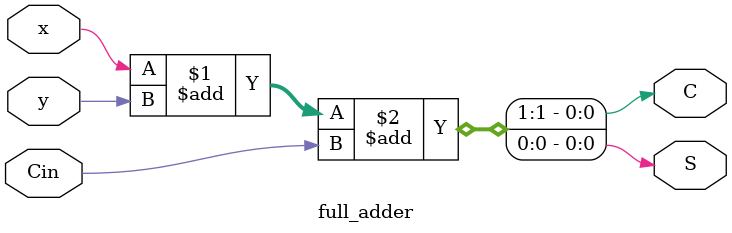
<source format=v>
module full_adder(output C, S, input x, y, Cin);
	assign {C, S} = x + y + Cin;
endmodule
</source>
